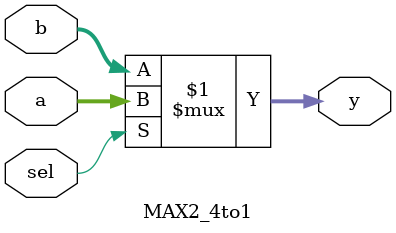
<source format=v>
module MAX2_4to1(a,b,sel,y);
input [3:0] a,b;
input sel;
output [3:0] y;
assign y = sel?a:b;
endmodule
</source>
